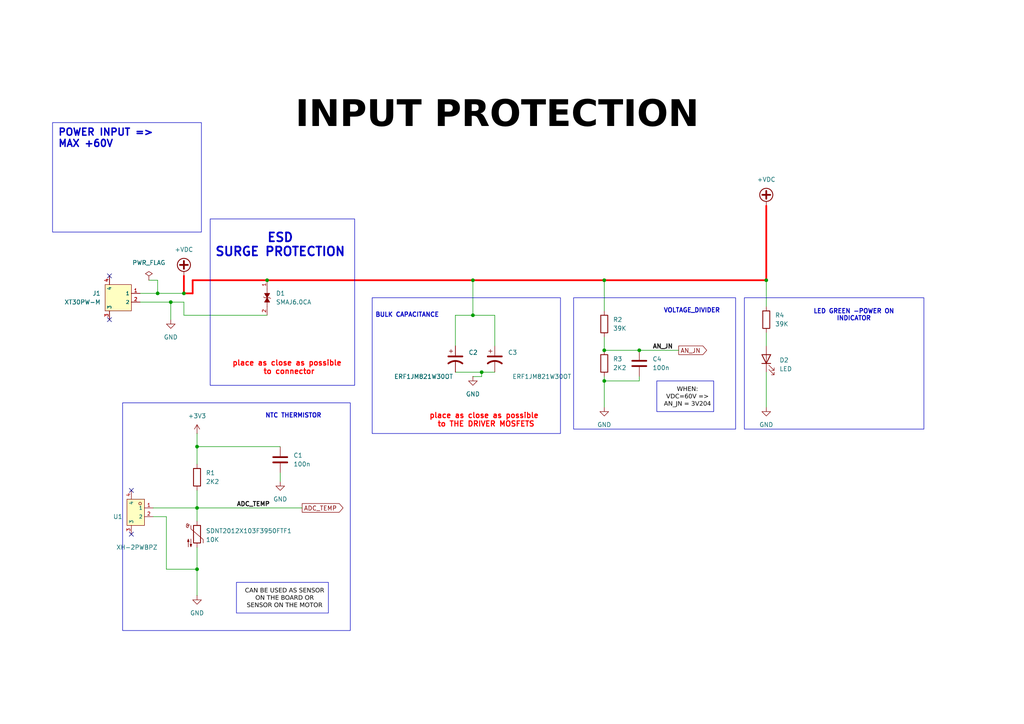
<source format=kicad_sch>
(kicad_sch (version 20231120) (generator "eeschema") (generator_version "8.0")
  (paper "A4")
  (lib_symbols
    (symbol "Device:C" (pin_numbers hide) (pin_names (offset 0.254))
      (property "Reference" "C" (at 0.635 2.54 0))
      (property "Value" "C" (at 0.635 -2.54 0))
      (symbol "C_0_1"
        (polyline (pts (xy -2.032 -0.762) (xy 2.032 -0.762)) (stroke (width 0.508)))
        (polyline (pts (xy -2.032 0.762) (xy 2.032 0.762)) (stroke (width 0.508)))
      )
      (symbol "C_1_1"
        (pin passive line (at 0 3.81 270) (length 2.794) (name "~") (number "1"))
        (pin passive line (at 0 -3.81 90) (length 2.794) (name "~") (number "2"))
      )
    )
    (symbol "Device:C_Polarized_US" (pin_numbers hide) (pin_names (offset 0.254) hide)
      (property "Reference" "C" (at 0.635 2.54 0))
      (property "Value" "C_Polarized_US" (at 0.635 -2.54 0))
      (symbol "C_Polarized_US_0_1"
        (polyline (pts (xy -2.032 0.762) (xy 2.032 0.762)) (stroke (width 0.508)))
        (polyline (pts (xy -1.778 2.286) (xy -0.762 2.286)))
        (polyline (pts (xy -1.27 1.778) (xy -1.27 2.794)))
        (arc (start 2.032 -1.27) (mid 0 -0.5572) (end -2.032 -1.27) (stroke (width 0.508)))
      )
      (symbol "C_Polarized_US_1_1"
        (pin passive line (at 0 3.81 270) (length 2.794) (name "~") (number "1"))
        (pin passive line (at 0 -3.81 90) (length 3.302) (name "~") (number "2"))
      )
    )
    (symbol "Device:LED" (pin_numbers hide) (pin_names (offset 1.016) hide)
      (property "Reference" "D" (at 0 2.54 0))
      (property "Value" "LED" (at 0 -2.54 0))
      (symbol "LED_0_1"
        (polyline (pts (xy -1.27 -1.27) (xy -1.27 1.27)) (stroke (width 0.254)))
        (polyline (pts (xy -1.27 0) (xy 1.27 0)))
        (polyline (pts (xy 1.27 -1.27) (xy 1.27 1.27) (xy -1.27 0) (xy 1.27 -1.27)) (stroke (width 0.254)))
        (polyline (pts (xy -3.048 -0.762) (xy -4.572 -2.286) (xy -3.81 -2.286) (xy -4.572 -2.286) (xy -4.572 -1.524)))
        (polyline (pts (xy -1.778 -0.762) (xy -3.302 -2.286) (xy -2.54 -2.286) (xy -3.302 -2.286) (xy -3.302 -1.524)))
      )
      (symbol "LED_1_1"
        (pin passive line (at -3.81 0 0) (length 2.54) (name "K") (number "1"))
        (pin passive line (at 3.81 0 180) (length 2.54) (name "A") (number "2"))
      )
    )
    (symbol "Device:R" (pin_numbers hide) (pin_names (offset 0))
      (property "Reference" "R" (at 2.032 0 90))
      (property "Value" "R" (at 0 0 90))
      (symbol "R_0_1"
        (rectangle (start -1.016 -2.54) (end 1.016 2.54) (stroke (width 0.254)))
      )
      (symbol "R_1_1"
        (pin passive line (at 0 3.81 270) (length 1.27) (name "~") (number "1"))
        (pin passive line (at 0 -3.81 90) (length 1.27) (name "~") (number "2"))
      )
    )
    (symbol "Device:Thermistor_NTC" (pin_numbers hide) (pin_names (offset 0))
      (property "Reference" "TH" (at -4.445 0 90))
      (property "Value" "Thermistor_NTC" (at 3.175 0 90))
      (symbol "Thermistor_NTC_0_1"
        (arc (start -3.048 2.159) (mid -3.0495 2.3143) (end -3.175 2.413))
        (arc (start -3.048 2.159) (mid -2.9736 1.9794) (end -2.794 1.905))
        (arc (start -3.048 2.794) (mid -2.9736 2.6144) (end -2.794 2.54))
        (arc (start -2.794 1.905) (mid -2.6144 1.9794) (end -2.54 2.159))
        (arc (start -2.794 2.54) (mid -2.4393 2.5587) (end -2.159 2.794))
        (arc (start -2.794 3.048) (mid -2.9736 2.9736) (end -3.048 2.794))
        (arc (start -2.54 2.794) (mid -2.6144 2.9736) (end -2.794 3.048))
        (rectangle (start -1.016 2.54) (end 1.016 -2.54) (stroke (width 0.254)))
        (polyline (pts (xy -2.54 2.159) (xy -2.54 2.794)))
        (polyline (pts (xy -1.778 2.54) (xy -1.778 1.524) (xy 1.778 -1.524) (xy 1.778 -2.54)))
        (polyline (pts (xy -2.54 -3.683) (xy -2.54 -1.397) (xy -2.794 -2.159) (xy -2.286 -2.159) (xy -2.54 -1.397) (xy -2.54 -1.651)) (fill (type outline)))
        (polyline (pts (xy -1.778 -1.397) (xy -1.778 -3.683) (xy -2.032 -2.921) (xy -1.524 -2.921) (xy -1.778 -3.683) (xy -1.778 -3.429)) (fill (type outline)))
      )
      (symbol "Thermistor_NTC_1_1"
        (pin passive line (at 0 3.81 270) (length 1.27) (name "~") (number "1"))
        (pin passive line (at 0 -3.81 90) (length 1.27) (name "~") (number "2"))
      )
    )
    (symbol "SMAJ60CA:SMAJ6.0CA" (pin_names (offset 1.016))
      (property "Reference" "D" (at -5.08 2.54 0))
      (property "Value" "SMAJ6.0CA" (at -5.08 -5.08 0))
      (symbol "SMAJ6.0CA_0_0"
        (polyline (pts (xy -1.27 0) (xy -2.54 0)) (stroke (width 0.1524)))
        (polyline (pts (xy 0 -0.762) (xy -0.254 -1.016)) (stroke (width 0.1524)))
        (polyline (pts (xy 0 -0.762) (xy 0 0.762)) (stroke (width 0.1524)))
        (polyline (pts (xy 0 0.762) (xy 0.254 1.016)) (stroke (width 0.1524)))
        (polyline (pts (xy 1.27 0) (xy 2.54 0)) (stroke (width 0.1524)))
        (polyline (pts (xy 0 0) (xy -1.27 -0.762) (xy -1.27 0.762) (xy 0 0)) (stroke (width 0.1524)) (fill (type outline)))
        (polyline (pts (xy 0 0) (xy 1.27 0.762) (xy 1.27 -0.762) (xy 0 0)) (stroke (width 0.1524)) (fill (type outline)))
        (pin passive line (at -5.08 0 0) (length 2.54) (name "~") (number "1"))
        (pin passive line (at 5.08 0 180) (length 2.54) (name "~") (number "2"))
      )
    )
    (symbol "XH-2PWBPZ:XH-2PWBPZ"
      (property "Reference" "U" (at 0 1.27 0))
      (property "Value" "XH-2PWBPZ" (at 0 -2.54 0))
      (symbol "XH-2PWBPZ_0_1"
        (rectangle (start -1.27 3.81) (end 3.81 -3.81) (fill (type background)))
        (circle (center 0 2.54) (radius 0.381) (fill (type background)))
        (pin unspecified line (at -3.81 1.27 0) (length 2.54) (name "1") (number "1"))
        (pin unspecified line (at -3.81 -1.27 0) (length 2.54) (name "2") (number "2"))
        (pin unspecified line (at 2.54 -6.35 90) (length 2.54) (name "3") (number "3"))
        (pin unspecified line (at 2.54 6.35 270) (length 2.54) (name "4") (number "4"))
      )
    )
    (symbol "XT30PW_M:XT30PW-M"
      (property "Reference" "U" (at 0 1.27 0))
      (property "Value" "XT30PW-M" (at 0 -2.54 0))
      (symbol "XT30PW-M_0_1"
        (rectangle (start -3.81 2.54) (end 3.81 -5.08) (fill (type background)))
        (pin unspecified line (at -1.27 5.08 270) (length 2.54) (name "1") (number "1"))
        (pin unspecified line (at 1.27 5.08 270) (length 2.54) (name "2") (number "2"))
        (pin unspecified line (at 6.35 -3.81 180) (length 2.54) (name "3") (number "3"))
        (pin unspecified line (at -6.35 -3.81 0) (length 2.54) (name "4") (number "4"))
      )
    )
    (symbol "power:+3V3" (power) (pin_numbers hide) (pin_names (offset 0) hide)
      (property "Value" "+3V3" (at 0 3.556 0))
      (symbol "+3V3_0_1"
        (polyline (pts (xy -0.762 1.27) (xy 0 2.54)))
        (polyline (pts (xy 0 0) (xy 0 2.54)))
        (polyline (pts (xy 0 2.54) (xy 0.762 1.27)))
      )
      (symbol "+3V3_1_1"
        (pin power_in line (at 0 0 90) (length 0) (name "~") (number "1"))
      )
    )
    (symbol "power:+VDC" (power) (pin_numbers hide) (pin_names (offset 0) hide)
      (property "Value" "+VDC" (at 0 6.35 0))
      (symbol "+VDC_0_1"
        (polyline (pts (xy -1.143 3.175) (xy 1.143 3.175)) (stroke (width 0.508)))
        (polyline (pts (xy 0 0) (xy 0 1.27)))
        (polyline (pts (xy 0 2.032) (xy 0 4.318)) (stroke (width 0.508)))
        (circle (center 0 3.175) (radius 1.905) (stroke (width 0.254)))
      )
      (symbol "+VDC_1_1"
        (pin power_in line (at 0 0 90) (length 0) (name "~") (number "1"))
      )
    )
    (symbol "power:GND" (power) (pin_numbers hide) (pin_names (offset 0) hide)
      (property "Value" "GND" (at 0 -3.81 0))
      (symbol "GND_0_1"
        (polyline (pts (xy 0 0) (xy 0 -1.27) (xy 1.27 -1.27) (xy 0 -2.54) (xy -1.27 -1.27) (xy 0 -1.27)))
      )
      (symbol "GND_1_1"
        (pin power_in line (at 0 0 270) (length 0) (name "~") (number "1"))
      )
    )
    (symbol "power:PWR_FLAG" (power) (pin_numbers hide) (pin_names (offset 0) hide)
      (property "Value" "PWR_FLAG" (at 0 3.81 0))
      (symbol "PWR_FLAG_0_0"
        (pin power_out line (at 0 0 90) (length 0) (name "~") (number "1"))
      )
      (symbol "PWR_FLAG_0_1"
        (polyline (pts (xy 0 0) (xy 0 1.27) (xy -1.016 1.905) (xy 0 2.54) (xy 1.016 1.905) (xy 0 1.27)))
      )
    )
  )
  (junction (at 57.15 129.54))
  (junction (at 139.7 107.95))
  (junction (at 49.53 87.63))
  (junction (at 57.15 165.1))
  (junction (at 137.16 91.44))
  (junction (at 53.34 85.09))
  (junction (at 77.47 81.28))
  (junction (at 137.16 81.28))
  (junction (at 222.25 81.28))
  (junction (at 57.15 147.32))
  (junction (at 175.26 81.28))
  (junction (at 175.26 101.6))
  (junction (at 45.72 85.09))
  (junction (at 185.42 101.6))
  (junction (at 175.26 110.49))
  (no_connect (at 31.75 80.01))
  (no_connect (at 31.75 92.71))
  (no_connect (at 38.1 154.94))
  (no_connect (at 38.1 142.24))
  (wire (pts (xy 132.08 100.33) (xy 132.08 91.44)))
  (wire (pts (xy 57.15 158.75) (xy 57.15 165.1)))
  (wire (pts (xy 57.15 142.24) (xy 57.15 147.32)))
  (wire (pts (xy 175.26 81.28) (xy 175.26 90.17)))
  (wire (pts (xy 49.53 87.63) (xy 49.53 92.71)))
  (wire (pts (xy 53.34 87.63) (xy 53.34 91.44)))
  (wire (pts (xy 55.88 85.09) (xy 53.34 85.09)) (stroke (width 0.508) (color 255 0 0 1)))
  (wire (pts (xy 57.15 129.54) (xy 57.15 134.62)))
  (wire (pts (xy 185.42 101.6) (xy 196.85 101.6)))
  (wire (pts (xy 49.53 87.63) (xy 53.34 87.63)))
  (wire (pts (xy 185.42 110.49) (xy 175.26 110.49)))
  (wire (pts (xy 40.64 85.09) (xy 45.72 85.09)))
  (wire (pts (xy 222.25 81.28) (xy 222.25 59.69)) (stroke (width 0.508) (color 255 0 0 1)))
  (wire (pts (xy 137.16 109.22) (xy 139.7 109.22)))
  (wire (pts (xy 57.15 147.32) (xy 87.63 147.32)))
  (wire (pts (xy 137.16 81.28) (xy 175.26 81.28)) (stroke (width 0.508) (color 255 0 0 1)))
  (wire (pts (xy 175.26 109.22) (xy 175.26 110.49)))
  (wire (pts (xy 48.26 165.1) (xy 57.15 165.1)))
  (wire (pts (xy 48.26 149.86) (xy 48.26 165.1)))
  (wire (pts (xy 43.18 81.28) (xy 45.72 81.28)))
  (wire (pts (xy 175.26 101.6) (xy 185.42 101.6)))
  (wire (pts (xy 55.88 81.28) (xy 55.88 85.09)) (stroke (width 0.508) (color 255 0 0 1)))
  (wire (pts (xy 132.08 91.44) (xy 137.16 91.44)))
  (wire (pts (xy 175.26 81.28) (xy 222.25 81.28)) (stroke (width 0.508) (color 255 0 0 1)))
  (wire (pts (xy 44.45 147.32) (xy 57.15 147.32)))
  (wire (pts (xy 137.16 91.44) (xy 137.16 81.28)))
  (wire (pts (xy 40.64 87.63) (xy 49.53 87.63)))
  (wire (pts (xy 81.28 137.16) (xy 81.28 139.7)))
  (wire (pts (xy 55.88 81.28) (xy 77.47 81.28)) (stroke (width 0.508) (color 255 0 0 1)))
  (wire (pts (xy 53.34 91.44) (xy 77.47 91.44)))
  (wire (pts (xy 222.25 88.9) (xy 222.25 81.28)))
  (wire (pts (xy 57.15 129.54) (xy 81.28 129.54)))
  (wire (pts (xy 175.26 110.49) (xy 175.26 118.11)))
  (wire (pts (xy 132.08 107.95) (xy 139.7 107.95)))
  (wire (pts (xy 137.16 91.44) (xy 143.51 91.44)))
  (wire (pts (xy 139.7 107.95) (xy 143.51 107.95)))
  (wire (pts (xy 77.47 81.28) (xy 137.16 81.28)) (stroke (width 0.508) (color 255 0 0 1)))
  (wire (pts (xy 185.42 109.22) (xy 185.42 110.49)))
  (wire (pts (xy 222.25 100.33) (xy 222.25 96.52)))
  (wire (pts (xy 57.15 147.32) (xy 57.15 151.13)))
  (wire (pts (xy 222.25 118.11) (xy 222.25 107.95)))
  (wire (pts (xy 143.51 91.44) (xy 143.51 100.33)))
  (wire (pts (xy 175.26 97.79) (xy 175.26 101.6)))
  (wire (pts (xy 139.7 109.22) (xy 139.7 107.95)))
  (wire (pts (xy 53.34 80.01) (xy 53.34 85.09)) (stroke (width 0.508) (color 255 0 0 1)))
  (wire (pts (xy 45.72 85.09) (xy 53.34 85.09)))
  (wire (pts (xy 57.15 165.1) (xy 57.15 172.72)))
  (wire (pts (xy 45.72 81.28) (xy 45.72 85.09)))
  (wire (pts (xy 57.15 125.73) (xy 57.15 129.54)))
  (wire (pts (xy 44.45 149.86) (xy 48.26 149.86)))
  (rectangle (start 215.9 86.36) (end 267.97 124.46))
  (rectangle (start 68.58 168.91) (end 95.25 177.8))
  (rectangle (start 35.56 116.84) (end 101.6 182.88))
  (rectangle (start 107.95 86.36) (end 162.56 125.73))
  (rectangle (start 60.96 63.5) (end 102.87 111.76))
  (rectangle (start 166.37 86.36) (end 213.36 124.46))
  (rectangle (start 190.5 110.49) (end 207.01 119.38))
  (text_box "POWER INPUT =>\nMAX +60V" (at 15.24 35.56 0) (size 43.18 31.75) (effects (font (size 2.032 2.032) (bold yes)) (justify left top)))
  (text "LED GREEN -POWER ON\nINDICATOR" (at 247.65 91.44 0) (effects (font (size 1.27 1.27) (bold yes))))
  (text "place as close as possible \nto connector" (at 83.82 106.68 0) (effects (font (size 1.524 1.524) (bold yes))))
  (text "ESD\nSURGE PROTECTION" (at 81.28 71.12 0) (effects (font (size 2.54 2.54) (bold yes))))
  (text "NTC THERMISTOR" (at 85.09 120.65 0) (effects (font (size 1.27 1.27) (bold yes))))
  (text "VOLTAGE_DIVIDER" (at 200.66 90.17 0) (effects (font (size 1.27 1.27) (bold yes))))
  (text "CAN BE USED AS SENSOR\nON THE BOARD OR\nSENSOR ON THE MOTOR" (at 82.55 173.99 0) (effects (font (size 1.27 1.27) (italic yes))))
  (text "place as close as possible \nto THE DRIVER MOSFETS" (at 140.97 121.92 0) (effects (font (size 1.524 1.524) (bold yes))))
  (text "BULK CAPACITANCE" (at 118.11 91.44 0) (effects (font (size 1.27 1.27) (bold yes))))
  (text "INPUT PROTECTION " (at 146.05 35.56 0) (effects (font (size 7.62 7.62) (bold yes))))
  (text "WHEN:\nVDC=60V =>\nAN_JN = 3V204" (at 199.39 115.57 0) (effects (font (size 1.27 1.27) (italic yes))))
  (label "ADC_TEMP" (at 68.58 147.32 0) (effects (font (bold yes))))
  (label "AN_JN" (at 189.23 101.6 0) (effects (font (bold yes))))
  (global_label "AN_JN" (shape output) (at 196.85 101.6 0) (property "Intersheetrefs" "${INTERSHEET_REFS}" (effects (hide yes))))
  (global_label "ADC_TEMP" (shape output) (at 87.63 147.32 0) (property "Intersheetrefs" "${INTERSHEET_REFS}" (effects (hide yes))))
  (symbol (lib_id "power:+VDC") (at 222.25 59.69 0) (unit 1)
    (property "Reference" "#PWR047" (effects (hide yes)))
    (property "Value" "+VDC" (at 222.25 52.07 0))
    (property "Description" "Power symbol creates a global label with name \"+VDC\"" (effects (hide yes)))
  )
  (symbol (lib_id "XH-2PWBPZ:XH-2PWBPZ") (at 40.64 148.59 0) (mirror y) (unit 1)
    (property "Reference" "U1" (at 35.56 149.8601 0) (effects (justify left)))
    (property "Value" "XH-2PWBPZ" (at 45.72 158.75 0) (effects (justify left)))
    (property "Footprint" "footprint:CONN-SMD_XH-2PWBPZ" (effects (hide yes)))
    (property "Datasheet" "https://item.szlcsc.com/2791035.html" (effects (hide yes)))
    (property "LCSC" "C2687444" (effects (hide yes)))
  )
  (symbol (lib_id "Device:C") (at 81.28 133.35 0) (unit 1)
    (property "Reference" "C1" (at 85.09 132.0799 0) (effects (justify left)))
    (property "Value" "100n" (at 85.09 134.6199 0) (effects (justify left)))
    (property "Footprint" "Capacitor_SMD:C_0805_2012Metric" (effects (hide yes)))
    (property "Description" "Unpolarized capacitor" (effects (hide yes)))
  )
  (symbol (lib_id "Device:Thermistor_NTC") (at 57.15 154.94 0) (unit 1)
    (property "Reference" "SDNT2012X103F3950FTF1" (at 59.69 153.9874 0) (effects (justify left)))
    (property "Value" "10K" (at 59.69 156.5274 0) (effects (justify left)))
    (property "Footprint" "Resistor_SMD:R_0805_2012Metric" (effects (hide yes)))
    (property "Description" "Temperature dependent resistor, negative temperature coefficient" (effects (hide yes)))
  )
  (symbol (lib_id "power:GND") (at 49.53 92.71 0) (unit 1)
    (property "Reference" "#PWR053" (effects (hide yes)))
    (property "Value" "GND" (at 49.53 97.79 0))
    (property "Description" "Power symbol creates a global label with name \"GND\" , ground" (effects (hide yes)))
  )
  (symbol (lib_id "power:GND") (at 57.15 172.72 0) (unit 1)
    (property "Reference" "#PWR059" (effects (hide yes)))
    (property "Value" "GND" (at 57.15 177.8 0))
    (property "Description" "Power symbol creates a global label with name \"GND\" , ground" (effects (hide yes)))
  )
  (symbol (lib_id "Device:C_Polarized_US") (at 143.51 104.14 0) (unit 1)
    (property "Reference" "C3" (at 147.32 102.2349 0) (effects (justify left)))
    (property "Value" "ERF1JM821W30OT" (at 148.59 109.22 0) (effects (justify left)))
    (property "Footprint" "Capacitor_THT:CP_Radial_D12.5mm_P5.00mm" (effects (hide yes)))
    (property "Description" "Polarized capacitor, US symbol" (effects (hide yes)))
  )
  (symbol (lib_id "power:GND") (at 137.16 109.22 0) (unit 1)
    (property "Reference" "#PWR056" (effects (hide yes)))
    (property "Value" "GND" (at 137.16 114.3 0))
    (property "Description" "Power symbol creates a global label with name \"GND\" , ground" (effects (hide yes)))
  )
  (symbol (lib_id "power:+3V3") (at 57.15 125.73 0) (unit 1)
    (property "Reference" "#PWR061" (effects (hide yes)))
    (property "Value" "+3V3" (at 57.15 120.65 0))
    (property "Description" "Power symbol creates a global label with name \"+3V3\"" (effects (hide yes)))
  )
  (symbol (lib_id "power:GND") (at 81.28 139.7 0) (unit 1)
    (property "Reference" "#PWR036" (effects (hide yes)))
    (property "Value" "GND" (at 81.28 144.78 0))
    (property "Description" "Power symbol creates a global label with name \"GND\" , ground" (effects (hide yes)))
  )
  (symbol (lib_id "Device:R") (at 175.26 105.41 0) (unit 1)
    (property "Reference" "R3" (at 177.8 104.1399 0) (effects (justify left)))
    (property "Value" "2K2" (at 177.8 106.6799 0) (effects (justify left)))
    (property "Footprint" "Resistor_SMD:R_0805_2012Metric" (effects (hide yes)))
    (property "Description" "Resistor" (effects (hide yes)))
  )
  (symbol (lib_id "power:PWR_FLAG") (at 43.18 81.28 0) (unit 1)
    (property "Reference" "#FLG03" (effects (hide yes)))
    (property "Value" "PWR_FLAG" (at 43.18 76.2 0))
    (property "Description" "Special symbol for telling ERC where power comes from" (effects (hide yes)))
  )
  (symbol (lib_id "power:+VDC") (at 53.34 80.01 0) (unit 1)
    (property "Reference" "#PWR055" (effects (hide yes)))
    (property "Value" "+VDC" (at 53.34 72.39 0))
    (property "Description" "Power symbol creates a global label with name \"+VDC\"" (effects (hide yes)))
  )
  (symbol (lib_id "Device:R") (at 57.15 138.43 0) (unit 1)
    (property "Reference" "R1" (at 59.69 137.1599 0) (effects (justify left)))
    (property "Value" "2K2" (at 59.69 139.6999 0) (effects (justify left)))
    (property "Footprint" "Resistor_SMD:R_0805_2012Metric" (effects (hide yes)))
    (property "Description" "Resistor" (effects (hide yes)))
  )
  (symbol (lib_id "Device:LED") (at 222.25 104.14 90) (unit 1)
    (property "Reference" "D2" (at 226.06 104.4574 90) (effects (justify right)))
    (property "Value" "LED" (at 226.06 106.9974 90) (effects (justify right)))
    (property "Footprint" "footprint:LED0805-R-RD" (effects (hide yes)))
    (property "Description" "Light emitting diode" (effects (hide yes)))
  )
  (symbol (lib_id "power:GND") (at 175.26 118.11 0) (unit 1)
    (property "Reference" "#PWR046" (effects (hide yes)))
    (property "Value" "GND" (at 175.26 123.19 0))
    (property "Description" "Power symbol creates a global label with name \"GND\" , ground" (effects (hide yes)))
  )
  (symbol (lib_id "XT30PW_M:XT30PW-M") (at 35.56 86.36 270) (unit 1)
    (property "Reference" "J1" (at 29.21 85.0899 90) (effects (justify right)))
    (property "Value" "XT30PW-M" (at 29.21 87.6299 90) (effects (justify right)))
    (property "Footprint" "footprint:CONN-TH_XT30PW-M" (effects (hide yes)))
    (property "Datasheet" "https://cn.bing.com/search?q=datasheet: XT30PW-M" (effects (hide yes)))
    (property "MF" "AMASS" (effects (hide yes)))
    (property "MAXIMUM_PACKAGE_HEIGHT" "5 mm" (effects (hide yes)))
    (property "Package" "None" (effects (hide yes)))
    (property "Price" "None" (effects (hide yes)))
    (property "Check_prices" "https://www.snapeda.com/parts/XT30PW-M/AMASS/view-part/?ref=eda" (effects (hide yes)))
    (property "STANDARD" "Manufacturer Recommendations" (effects (hide yes)))
    (property "PARTREV" "1.2" (effects (hide yes)))
    (property "SnapEDA_Link" "https://www.snapeda.com/parts/XT30PW-M/AMASS/view-part/?ref=snap" (effects (hide yes)))
    (property "MP" "XT30PW-M" (effects (hide yes)))
    (property "Description_1" "\nSocket; DC supply; XT30; male; PIN: 2; on PCBs; THT; Colour: yellow\n" (effects (hide yes)))
    (property "MANUFACTURER" "Amass" (effects (hide yes)))
    (property "Availability" "Not in stock" (effects (hide yes)))
    (property "SNAPEDA_PN" "XT30PW-M" (effects (hide yes)))
    (property "LCSC" "C431092" (effects (hide yes)))
  )
  (symbol (lib_id "Device:C_Polarized_US") (at 132.08 104.14 0) (unit 1)
    (property "Reference" "C2" (at 135.89 102.2349 0) (effects (justify left)))
    (property "Value" "ERF1JM821W30OT" (at 114.3 109.22 0) (effects (justify left)))
    (property "Footprint" "Capacitor_THT:CP_Radial_D12.5mm_P5.00mm" (effects (hide yes)))
    (property "Description" "Polarized capacitor, US symbol" (effects (hide yes)))
  )
  (symbol (lib_id "Device:R") (at 175.26 93.98 0) (unit 1)
    (property "Reference" "R2" (at 177.8 92.7099 0) (effects (justify left)))
    (property "Value" "39K" (at 177.8 95.2499 0) (effects (justify left)))
    (property "Footprint" "Resistor_SMD:R_0805_2012Metric" (effects (hide yes)))
    (property "Description" "Resistor" (effects (hide yes)))
  )
  (symbol (lib_id "SMAJ60CA:SMAJ6.0CA") (at 77.47 86.36 270) (unit 1)
    (property "Reference" "D1" (at 80.01 85.0899 90) (effects (justify left)))
    (property "Value" "SMAJ6.0CA" (at 80.01 87.6299 90) (effects (justify left)))
    (property "Footprint" "footprint:DIOM4325X250N" (effects (hide yes)))
    (property "MF" "Taiwan Semiconductor" (effects (hide yes)))
    (property "MAXIMUM_PACKAGE_HEIGHT" "2.5 mm" (effects (hide yes)))
    (property "Package" "SMA Taiwan Semiconductor" (effects (hide yes)))
    (property "Price" "None" (effects (hide yes)))
    (property "Check_prices" "https://www.snapeda.com/parts/SMAJ6.0CA/Taiwan+Semiconductor/view-part/?ref=eda" (effects (hide yes)))
    (property "STANDARD" "IPC-7351B" (effects (hide yes)))
    (property "PARTREV" "S2102" (effects (hide yes)))
    (property "SnapEDA_Link" "https://www.snapeda.com/parts/SMAJ6.0CA/Taiwan+Semiconductor/view-part/?ref=snap" (effects (hide yes)))
    (property "MP" "SMAJ6.0CA" (effects (hide yes)))
    (property "Description_1" "\n400W, 7V, 5%, Bidirectional, TVS\n" (effects (hide yes)))
    (property "Availability" "In Stock" (effects (hide yes)))
    (property "MANUFACTURER" "Taiwan Semiconductor" (effects (hide yes)))
  )
  (symbol (lib_id "Device:R") (at 222.25 92.71 0) (unit 1)
    (property "Reference" "R4" (at 224.79 91.4399 0) (effects (justify left)))
    (property "Value" "39K" (at 224.79 93.9799 0) (effects (justify left)))
    (property "Footprint" "Resistor_SMD:R_0805_2012Metric" (effects (hide yes)))
    (property "Description" "Resistor" (effects (hide yes)))
  )
  (symbol (lib_id "Device:C") (at 185.42 105.41 0) (unit 1)
    (property "Reference" "C4" (at 189.23 104.1399 0) (effects (justify left)))
    (property "Value" "100n" (at 189.23 106.6799 0) (effects (justify left)))
    (property "Footprint" "Capacitor_SMD:C_0805_2012Metric" (effects (hide yes)))
    (property "Description" "Unpolarized capacitor" (effects (hide yes)))
  )
  (symbol (lib_id "power:GND") (at 222.25 118.11 0) (unit 1)
    (property "Reference" "#PWR045" (effects (hide yes)))
    (property "Value" "GND" (at 222.25 123.19 0))
    (property "Description" "Power symbol creates a global label with name \"GND\" , ground" (effects (hide yes)))
  )
)
</source>
